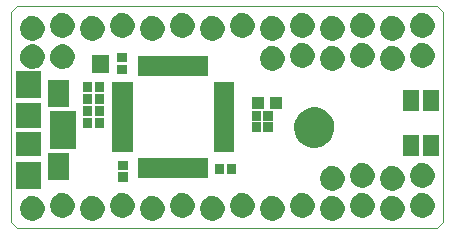
<source format=gts>
G04 #@! TF.FileFunction,Soldermask,Top*
%FSLAX46Y46*%
G04 Gerber Fmt 4.6, Leading zero omitted, Abs format (unit mm)*
G04 Created by KiCad (PCBNEW no-vcs-found-product) date Sun 27 Dec 2015 02:00:56 GMT*
%MOMM*%
G01*
G04 APERTURE LIST*
%ADD10C,0.150000*%
%ADD11C,0.100000*%
%ADD12C,0.099060*%
%ADD13C,0.099600*%
G04 APERTURE END LIST*
D10*
D11*
X38862000Y-41910000D02*
X38862000Y-59690000D01*
D12*
X74930000Y-60198000D02*
X39370000Y-60198000D01*
X75438000Y-41910000D02*
X75438000Y-59690000D01*
X39370000Y-41402000D02*
X74930000Y-41402000D01*
D13*
X39370000Y-60198000D02*
X38862000Y-59690000D01*
X75438000Y-59690000D02*
X74930000Y-60198000D01*
X74930000Y-41402000D02*
X75438000Y-41910000D01*
X38862000Y-41910000D02*
X39370000Y-41402000D01*
D10*
G36*
X41349960Y-49199650D02*
X39250040Y-49199650D01*
X39250040Y-46899070D01*
X41349960Y-46899070D01*
X41349960Y-49199650D01*
X41349960Y-49199650D01*
G37*
G36*
X41349960Y-51751080D02*
X39250040Y-51751080D01*
X39250040Y-49651160D01*
X41349960Y-49651160D01*
X41349960Y-51751080D01*
X41349960Y-51751080D01*
G37*
G36*
X41349960Y-54148840D02*
X39250040Y-54148840D01*
X39250040Y-52048920D01*
X41349960Y-52048920D01*
X41349960Y-54148840D01*
X41349960Y-54148840D01*
G37*
G36*
X41349960Y-56900930D02*
X39250040Y-56900930D01*
X39250040Y-54600350D01*
X41349960Y-54600350D01*
X41349960Y-56900930D01*
X41349960Y-56900930D01*
G37*
G36*
X41669844Y-45598042D02*
X41666592Y-45830952D01*
X41666516Y-45831285D01*
X41666516Y-45831298D01*
X41621419Y-46029799D01*
X41538477Y-46216086D01*
X41420935Y-46382714D01*
X41273260Y-46523342D01*
X41101093Y-46632603D01*
X40910977Y-46706344D01*
X40710160Y-46741754D01*
X40506290Y-46737484D01*
X40307125Y-46693694D01*
X40120272Y-46612060D01*
X39952820Y-46495678D01*
X39811169Y-46348994D01*
X39700709Y-46177594D01*
X39625642Y-45987997D01*
X39588831Y-45787426D01*
X39591679Y-45583532D01*
X39634074Y-45384076D01*
X39714406Y-45196648D01*
X39829611Y-45028395D01*
X39975305Y-44885720D01*
X40145933Y-44774064D01*
X40335000Y-44697676D01*
X40535301Y-44659467D01*
X40739214Y-44660891D01*
X40938967Y-44701894D01*
X41126946Y-44780914D01*
X41296001Y-44894942D01*
X41439689Y-45039637D01*
X41552534Y-45209481D01*
X41630239Y-45398008D01*
X41669779Y-45597699D01*
X41669778Y-45597712D01*
X41669844Y-45598042D01*
X41669844Y-45598042D01*
G37*
G36*
X41679844Y-43205042D02*
X41676592Y-43437952D01*
X41676516Y-43438285D01*
X41676516Y-43438298D01*
X41631419Y-43636799D01*
X41548477Y-43823086D01*
X41430935Y-43989714D01*
X41283260Y-44130342D01*
X41111093Y-44239603D01*
X40920977Y-44313344D01*
X40720160Y-44348754D01*
X40516290Y-44344484D01*
X40317125Y-44300694D01*
X40130272Y-44219060D01*
X39962820Y-44102678D01*
X39821169Y-43955994D01*
X39710709Y-43784594D01*
X39635642Y-43594997D01*
X39598831Y-43394426D01*
X39601679Y-43190532D01*
X39644074Y-42991076D01*
X39724406Y-42803648D01*
X39839611Y-42635395D01*
X39985305Y-42492720D01*
X40155933Y-42381064D01*
X40345000Y-42304676D01*
X40545301Y-42266467D01*
X40749214Y-42267891D01*
X40948967Y-42308894D01*
X41136946Y-42387914D01*
X41306001Y-42501942D01*
X41449689Y-42646637D01*
X41562534Y-42816481D01*
X41640239Y-43005008D01*
X41679779Y-43204699D01*
X41679778Y-43204712D01*
X41679844Y-43205042D01*
X41679844Y-43205042D01*
G37*
G36*
X41679844Y-58445042D02*
X41676592Y-58677952D01*
X41676516Y-58678285D01*
X41676516Y-58678298D01*
X41631419Y-58876799D01*
X41548477Y-59063086D01*
X41430935Y-59229714D01*
X41283260Y-59370342D01*
X41111093Y-59479603D01*
X40920977Y-59553344D01*
X40720160Y-59588754D01*
X40516290Y-59584484D01*
X40317125Y-59540694D01*
X40130272Y-59459060D01*
X39962820Y-59342678D01*
X39821169Y-59195994D01*
X39710709Y-59024594D01*
X39635642Y-58834997D01*
X39598831Y-58634426D01*
X39601679Y-58430532D01*
X39644074Y-58231076D01*
X39724406Y-58043648D01*
X39839611Y-57875395D01*
X39985305Y-57732720D01*
X40155933Y-57621064D01*
X40345000Y-57544676D01*
X40545301Y-57506467D01*
X40749214Y-57507891D01*
X40948967Y-57548894D01*
X41136946Y-57627914D01*
X41306001Y-57741942D01*
X41449689Y-57886637D01*
X41562534Y-58056481D01*
X41640239Y-58245008D01*
X41679779Y-58444699D01*
X41679778Y-58444712D01*
X41679844Y-58445042D01*
X41679844Y-58445042D01*
G37*
G36*
X43750260Y-49951490D02*
X41950060Y-49951490D01*
X41950060Y-47650910D01*
X43750260Y-47650910D01*
X43750260Y-49951490D01*
X43750260Y-49951490D01*
G37*
G36*
X43750260Y-56149090D02*
X41950060Y-56149090D01*
X41950060Y-53848510D01*
X43750260Y-53848510D01*
X43750260Y-56149090D01*
X43750260Y-56149090D01*
G37*
G36*
X44209844Y-45598042D02*
X44206592Y-45830952D01*
X44206516Y-45831285D01*
X44206516Y-45831298D01*
X44161419Y-46029799D01*
X44078477Y-46216086D01*
X43960935Y-46382714D01*
X43813260Y-46523342D01*
X43641093Y-46632603D01*
X43450977Y-46706344D01*
X43250160Y-46741754D01*
X43046290Y-46737484D01*
X42847125Y-46693694D01*
X42660272Y-46612060D01*
X42492820Y-46495678D01*
X42351169Y-46348994D01*
X42240709Y-46177594D01*
X42165642Y-45987997D01*
X42128831Y-45787426D01*
X42131679Y-45583532D01*
X42174074Y-45384076D01*
X42254406Y-45196648D01*
X42369611Y-45028395D01*
X42515305Y-44885720D01*
X42685933Y-44774064D01*
X42875000Y-44697676D01*
X43075301Y-44659467D01*
X43279214Y-44660891D01*
X43478967Y-44701894D01*
X43666946Y-44780914D01*
X43836001Y-44894942D01*
X43979689Y-45039637D01*
X44092534Y-45209481D01*
X44170239Y-45398008D01*
X44209779Y-45597699D01*
X44209778Y-45597712D01*
X44209844Y-45598042D01*
X44209844Y-45598042D01*
G37*
G36*
X44219844Y-42951042D02*
X44216592Y-43183952D01*
X44216516Y-43184285D01*
X44216516Y-43184298D01*
X44171419Y-43382799D01*
X44088477Y-43569086D01*
X43970935Y-43735714D01*
X43823260Y-43876342D01*
X43651093Y-43985603D01*
X43460977Y-44059344D01*
X43260160Y-44094754D01*
X43056290Y-44090484D01*
X42857125Y-44046694D01*
X42670272Y-43965060D01*
X42502820Y-43848678D01*
X42361169Y-43701994D01*
X42250709Y-43530594D01*
X42175642Y-43340997D01*
X42138831Y-43140426D01*
X42141679Y-42936532D01*
X42184074Y-42737076D01*
X42264406Y-42549648D01*
X42379611Y-42381395D01*
X42525305Y-42238720D01*
X42695933Y-42127064D01*
X42885000Y-42050676D01*
X43085301Y-42012467D01*
X43289214Y-42013891D01*
X43488967Y-42054894D01*
X43676946Y-42133914D01*
X43846001Y-42247942D01*
X43989689Y-42392637D01*
X44102534Y-42562481D01*
X44180239Y-42751008D01*
X44219779Y-42950699D01*
X44219778Y-42950712D01*
X44219844Y-42951042D01*
X44219844Y-42951042D01*
G37*
G36*
X44219844Y-58191042D02*
X44216592Y-58423952D01*
X44216516Y-58424285D01*
X44216516Y-58424298D01*
X44171419Y-58622799D01*
X44088477Y-58809086D01*
X43970935Y-58975714D01*
X43823260Y-59116342D01*
X43651093Y-59225603D01*
X43460977Y-59299344D01*
X43260160Y-59334754D01*
X43056290Y-59330484D01*
X42857125Y-59286694D01*
X42670272Y-59205060D01*
X42502820Y-59088678D01*
X42361169Y-58941994D01*
X42250709Y-58770594D01*
X42175642Y-58580997D01*
X42138831Y-58380426D01*
X42141679Y-58176532D01*
X42184074Y-57977076D01*
X42264406Y-57789648D01*
X42379611Y-57621395D01*
X42525305Y-57478720D01*
X42695933Y-57367064D01*
X42885000Y-57290676D01*
X43085301Y-57252467D01*
X43289214Y-57253891D01*
X43488967Y-57294894D01*
X43676946Y-57373914D01*
X43846001Y-57487942D01*
X43989689Y-57632637D01*
X44102534Y-57802481D01*
X44180239Y-57991008D01*
X44219779Y-58190699D01*
X44219778Y-58190712D01*
X44219844Y-58191042D01*
X44219844Y-58191042D01*
G37*
G36*
X44348430Y-53497330D02*
X42149450Y-53497330D01*
X42149450Y-52898550D01*
X42149450Y-52847090D01*
X42149450Y-52248310D01*
X42149450Y-52199390D01*
X42149450Y-51600610D01*
X42149450Y-51551690D01*
X42149450Y-50952910D01*
X42149450Y-50901450D01*
X42149450Y-50302670D01*
X44348430Y-50302670D01*
X44348430Y-50901450D01*
X44348430Y-50952910D01*
X44348430Y-51551690D01*
X44348430Y-51600610D01*
X44348430Y-52199390D01*
X44348430Y-52248310D01*
X44348430Y-52847090D01*
X44348430Y-52898550D01*
X44348430Y-53497330D01*
X44348430Y-53497330D01*
G37*
G36*
X45700000Y-48725000D02*
X44900000Y-48725000D01*
X44900000Y-47875000D01*
X45700000Y-47875000D01*
X45700000Y-48725000D01*
X45700000Y-48725000D01*
G37*
G36*
X45700000Y-49725000D02*
X44900000Y-49725000D01*
X44900000Y-48875000D01*
X45700000Y-48875000D01*
X45700000Y-49725000D01*
X45700000Y-49725000D01*
G37*
G36*
X45700000Y-50725000D02*
X44900000Y-50725000D01*
X44900000Y-49875000D01*
X45700000Y-49875000D01*
X45700000Y-50725000D01*
X45700000Y-50725000D01*
G37*
G36*
X45700000Y-51725000D02*
X44900000Y-51725000D01*
X44900000Y-50875000D01*
X45700000Y-50875000D01*
X45700000Y-51725000D01*
X45700000Y-51725000D01*
G37*
G36*
X46700000Y-48725000D02*
X45900000Y-48725000D01*
X45900000Y-47875000D01*
X46700000Y-47875000D01*
X46700000Y-48725000D01*
X46700000Y-48725000D01*
G37*
G36*
X46700000Y-49725000D02*
X45900000Y-49725000D01*
X45900000Y-48875000D01*
X46700000Y-48875000D01*
X46700000Y-49725000D01*
X46700000Y-49725000D01*
G37*
G36*
X46700000Y-50725000D02*
X45900000Y-50725000D01*
X45900000Y-49875000D01*
X46700000Y-49875000D01*
X46700000Y-50725000D01*
X46700000Y-50725000D01*
G37*
G36*
X46700000Y-51725000D02*
X45900000Y-51725000D01*
X45900000Y-50875000D01*
X46700000Y-50875000D01*
X46700000Y-51725000D01*
X46700000Y-51725000D01*
G37*
G36*
X46759844Y-43205042D02*
X46756592Y-43437952D01*
X46756516Y-43438285D01*
X46756516Y-43438298D01*
X46711419Y-43636799D01*
X46628477Y-43823086D01*
X46510935Y-43989714D01*
X46363260Y-44130342D01*
X46191093Y-44239603D01*
X46000977Y-44313344D01*
X45800160Y-44348754D01*
X45596290Y-44344484D01*
X45397125Y-44300694D01*
X45210272Y-44219060D01*
X45042820Y-44102678D01*
X44901169Y-43955994D01*
X44790709Y-43784594D01*
X44715642Y-43594997D01*
X44678831Y-43394426D01*
X44681679Y-43190532D01*
X44724074Y-42991076D01*
X44804406Y-42803648D01*
X44919611Y-42635395D01*
X45065305Y-42492720D01*
X45235933Y-42381064D01*
X45425000Y-42304676D01*
X45625301Y-42266467D01*
X45829214Y-42267891D01*
X46028967Y-42308894D01*
X46216946Y-42387914D01*
X46386001Y-42501942D01*
X46529689Y-42646637D01*
X46642534Y-42816481D01*
X46720239Y-43005008D01*
X46759779Y-43204699D01*
X46759778Y-43204712D01*
X46759844Y-43205042D01*
X46759844Y-43205042D01*
G37*
G36*
X46759844Y-58445042D02*
X46756592Y-58677952D01*
X46756516Y-58678285D01*
X46756516Y-58678298D01*
X46711419Y-58876799D01*
X46628477Y-59063086D01*
X46510935Y-59229714D01*
X46363260Y-59370342D01*
X46191093Y-59479603D01*
X46000977Y-59553344D01*
X45800160Y-59588754D01*
X45596290Y-59584484D01*
X45397125Y-59540694D01*
X45210272Y-59459060D01*
X45042820Y-59342678D01*
X44901169Y-59195994D01*
X44790709Y-59024594D01*
X44715642Y-58834997D01*
X44678831Y-58634426D01*
X44681679Y-58430532D01*
X44724074Y-58231076D01*
X44804406Y-58043648D01*
X44919611Y-57875395D01*
X45065305Y-57732720D01*
X45235933Y-57621064D01*
X45425000Y-57544676D01*
X45625301Y-57506467D01*
X45829214Y-57507891D01*
X46028967Y-57548894D01*
X46216946Y-57627914D01*
X46386001Y-57741942D01*
X46529689Y-57886637D01*
X46642534Y-58056481D01*
X46720239Y-58245008D01*
X46759779Y-58444699D01*
X46759778Y-58444712D01*
X46759844Y-58445042D01*
X46759844Y-58445042D01*
G37*
G36*
X47150000Y-47050000D02*
X45650000Y-47050000D01*
X45650000Y-45550000D01*
X47150000Y-45550000D01*
X47150000Y-47050000D01*
X47150000Y-47050000D01*
G37*
G36*
X48625000Y-46200000D02*
X47775000Y-46200000D01*
X47775000Y-45400000D01*
X48625000Y-45400000D01*
X48625000Y-46200000D01*
X48625000Y-46200000D01*
G37*
G36*
X48625000Y-47200000D02*
X47775000Y-47200000D01*
X47775000Y-46400000D01*
X48625000Y-46400000D01*
X48625000Y-47200000D01*
X48625000Y-47200000D01*
G37*
G36*
X48725000Y-55300000D02*
X47875000Y-55300000D01*
X47875000Y-54500000D01*
X48725000Y-54500000D01*
X48725000Y-55300000D01*
X48725000Y-55300000D01*
G37*
G36*
X48725000Y-56300000D02*
X47875000Y-56300000D01*
X47875000Y-55500000D01*
X48725000Y-55500000D01*
X48725000Y-56300000D01*
X48725000Y-56300000D01*
G37*
G36*
X49113620Y-53772740D02*
X47415020Y-53772740D01*
X47415020Y-53323820D01*
X47415020Y-53272360D01*
X47415020Y-52823440D01*
X47415020Y-52771980D01*
X47415020Y-52323060D01*
X47415020Y-52274140D01*
X47415020Y-51825220D01*
X47415020Y-51773760D01*
X47415020Y-51324840D01*
X47415020Y-51273380D01*
X47415020Y-50824460D01*
X47415020Y-50775540D01*
X47415020Y-50326620D01*
X47415020Y-50275160D01*
X47415020Y-49826240D01*
X47415020Y-49774780D01*
X47415020Y-49325860D01*
X47415020Y-49276940D01*
X47415020Y-48828020D01*
X47415020Y-48776560D01*
X47415020Y-48327640D01*
X47415020Y-48276180D01*
X47415020Y-47827260D01*
X49113620Y-47827260D01*
X49113620Y-48276180D01*
X49113620Y-48327640D01*
X49113620Y-48776560D01*
X49113620Y-48828020D01*
X49113620Y-49276940D01*
X49113620Y-49325860D01*
X49113620Y-49774780D01*
X49113620Y-49826240D01*
X49113620Y-50275160D01*
X49113620Y-50326620D01*
X49113620Y-50775540D01*
X49113620Y-50824460D01*
X49113620Y-51273380D01*
X49113620Y-51324840D01*
X49113620Y-51773760D01*
X49113620Y-51825220D01*
X49113620Y-52274140D01*
X49113620Y-52323060D01*
X49113620Y-52771980D01*
X49113620Y-52823440D01*
X49113620Y-53272360D01*
X49113620Y-53323820D01*
X49113620Y-53772740D01*
X49113620Y-53772740D01*
G37*
G36*
X49299844Y-42951042D02*
X49296592Y-43183952D01*
X49296516Y-43184285D01*
X49296516Y-43184298D01*
X49251419Y-43382799D01*
X49168477Y-43569086D01*
X49050935Y-43735714D01*
X48903260Y-43876342D01*
X48731093Y-43985603D01*
X48540977Y-44059344D01*
X48340160Y-44094754D01*
X48136290Y-44090484D01*
X47937125Y-44046694D01*
X47750272Y-43965060D01*
X47582820Y-43848678D01*
X47441169Y-43701994D01*
X47330709Y-43530594D01*
X47255642Y-43340997D01*
X47218831Y-43140426D01*
X47221679Y-42936532D01*
X47264074Y-42737076D01*
X47344406Y-42549648D01*
X47459611Y-42381395D01*
X47605305Y-42238720D01*
X47775933Y-42127064D01*
X47965000Y-42050676D01*
X48165301Y-42012467D01*
X48369214Y-42013891D01*
X48568967Y-42054894D01*
X48756946Y-42133914D01*
X48926001Y-42247942D01*
X49069689Y-42392637D01*
X49182534Y-42562481D01*
X49260239Y-42751008D01*
X49299779Y-42950699D01*
X49299778Y-42950712D01*
X49299844Y-42951042D01*
X49299844Y-42951042D01*
G37*
G36*
X49299844Y-58191042D02*
X49296592Y-58423952D01*
X49296516Y-58424285D01*
X49296516Y-58424298D01*
X49251419Y-58622799D01*
X49168477Y-58809086D01*
X49050935Y-58975714D01*
X48903260Y-59116342D01*
X48731093Y-59225603D01*
X48540977Y-59299344D01*
X48340160Y-59334754D01*
X48136290Y-59330484D01*
X47937125Y-59286694D01*
X47750272Y-59205060D01*
X47582820Y-59088678D01*
X47441169Y-58941994D01*
X47330709Y-58770594D01*
X47255642Y-58580997D01*
X47218831Y-58380426D01*
X47221679Y-58176532D01*
X47264074Y-57977076D01*
X47344406Y-57789648D01*
X47459611Y-57621395D01*
X47605305Y-57478720D01*
X47775933Y-57367064D01*
X47965000Y-57290676D01*
X48165301Y-57252467D01*
X48369214Y-57253891D01*
X48568967Y-57294894D01*
X48756946Y-57373914D01*
X48926001Y-57487942D01*
X49069689Y-57632637D01*
X49182534Y-57802481D01*
X49260239Y-57991008D01*
X49299779Y-58190699D01*
X49299778Y-58190712D01*
X49299844Y-58191042D01*
X49299844Y-58191042D01*
G37*
G36*
X51839844Y-43205042D02*
X51836592Y-43437952D01*
X51836516Y-43438285D01*
X51836516Y-43438298D01*
X51791419Y-43636799D01*
X51708477Y-43823086D01*
X51590935Y-43989714D01*
X51443260Y-44130342D01*
X51271093Y-44239603D01*
X51080977Y-44313344D01*
X50880160Y-44348754D01*
X50676290Y-44344484D01*
X50477125Y-44300694D01*
X50290272Y-44219060D01*
X50122820Y-44102678D01*
X49981169Y-43955994D01*
X49870709Y-43784594D01*
X49795642Y-43594997D01*
X49758831Y-43394426D01*
X49761679Y-43190532D01*
X49804074Y-42991076D01*
X49884406Y-42803648D01*
X49999611Y-42635395D01*
X50145305Y-42492720D01*
X50315933Y-42381064D01*
X50505000Y-42304676D01*
X50705301Y-42266467D01*
X50909214Y-42267891D01*
X51108967Y-42308894D01*
X51296946Y-42387914D01*
X51466001Y-42501942D01*
X51609689Y-42646637D01*
X51722534Y-42816481D01*
X51800239Y-43005008D01*
X51839779Y-43204699D01*
X51839778Y-43204712D01*
X51839844Y-43205042D01*
X51839844Y-43205042D01*
G37*
G36*
X51839844Y-58445042D02*
X51836592Y-58677952D01*
X51836516Y-58678285D01*
X51836516Y-58678298D01*
X51791419Y-58876799D01*
X51708477Y-59063086D01*
X51590935Y-59229714D01*
X51443260Y-59370342D01*
X51271093Y-59479603D01*
X51080977Y-59553344D01*
X50880160Y-59588754D01*
X50676290Y-59584484D01*
X50477125Y-59540694D01*
X50290272Y-59459060D01*
X50122820Y-59342678D01*
X49981169Y-59195994D01*
X49870709Y-59024594D01*
X49795642Y-58834997D01*
X49758831Y-58634426D01*
X49761679Y-58430532D01*
X49804074Y-58231076D01*
X49884406Y-58043648D01*
X49999611Y-57875395D01*
X50145305Y-57732720D01*
X50315933Y-57621064D01*
X50505000Y-57544676D01*
X50705301Y-57506467D01*
X50909214Y-57507891D01*
X51108967Y-57548894D01*
X51296946Y-57627914D01*
X51466001Y-57741942D01*
X51609689Y-57886637D01*
X51722534Y-58056481D01*
X51800239Y-58245008D01*
X51839779Y-58444699D01*
X51839778Y-58444712D01*
X51839844Y-58445042D01*
X51839844Y-58445042D01*
G37*
G36*
X54379844Y-42951042D02*
X54376592Y-43183952D01*
X54376516Y-43184285D01*
X54376516Y-43184298D01*
X54331419Y-43382799D01*
X54248477Y-43569086D01*
X54130935Y-43735714D01*
X53983260Y-43876342D01*
X53811093Y-43985603D01*
X53620977Y-44059344D01*
X53420160Y-44094754D01*
X53216290Y-44090484D01*
X53017125Y-44046694D01*
X52830272Y-43965060D01*
X52662820Y-43848678D01*
X52521169Y-43701994D01*
X52410709Y-43530594D01*
X52335642Y-43340997D01*
X52298831Y-43140426D01*
X52301679Y-42936532D01*
X52344074Y-42737076D01*
X52424406Y-42549648D01*
X52539611Y-42381395D01*
X52685305Y-42238720D01*
X52855933Y-42127064D01*
X53045000Y-42050676D01*
X53245301Y-42012467D01*
X53449214Y-42013891D01*
X53648967Y-42054894D01*
X53836946Y-42133914D01*
X54006001Y-42247942D01*
X54149689Y-42392637D01*
X54262534Y-42562481D01*
X54340239Y-42751008D01*
X54379779Y-42950699D01*
X54379778Y-42950712D01*
X54379844Y-42951042D01*
X54379844Y-42951042D01*
G37*
G36*
X54379844Y-58191042D02*
X54376592Y-58423952D01*
X54376516Y-58424285D01*
X54376516Y-58424298D01*
X54331419Y-58622799D01*
X54248477Y-58809086D01*
X54130935Y-58975714D01*
X53983260Y-59116342D01*
X53811093Y-59225603D01*
X53620977Y-59299344D01*
X53420160Y-59334754D01*
X53216290Y-59330484D01*
X53017125Y-59286694D01*
X52830272Y-59205060D01*
X52662820Y-59088678D01*
X52521169Y-58941994D01*
X52410709Y-58770594D01*
X52335642Y-58580997D01*
X52298831Y-58380426D01*
X52301679Y-58176532D01*
X52344074Y-57977076D01*
X52424406Y-57789648D01*
X52539611Y-57621395D01*
X52685305Y-57478720D01*
X52855933Y-57367064D01*
X53045000Y-57290676D01*
X53245301Y-57252467D01*
X53449214Y-57253891D01*
X53648967Y-57294894D01*
X53836946Y-57373914D01*
X54006001Y-57487942D01*
X54149689Y-57632637D01*
X54262534Y-57802481D01*
X54340239Y-57991008D01*
X54379779Y-58190699D01*
X54379778Y-58190712D01*
X54379844Y-58191042D01*
X54379844Y-58191042D01*
G37*
G36*
X55534740Y-47351620D02*
X55085820Y-47351620D01*
X55034360Y-47351620D01*
X54585440Y-47351620D01*
X54533980Y-47351620D01*
X54085060Y-47351620D01*
X54036140Y-47351620D01*
X53587220Y-47351620D01*
X53535760Y-47351620D01*
X53086840Y-47351620D01*
X53035380Y-47351620D01*
X52586460Y-47351620D01*
X52537540Y-47351620D01*
X52088620Y-47351620D01*
X52037160Y-47351620D01*
X51588240Y-47351620D01*
X51536780Y-47351620D01*
X51087860Y-47351620D01*
X51038940Y-47351620D01*
X50590020Y-47351620D01*
X50538560Y-47351620D01*
X50089640Y-47351620D01*
X50038180Y-47351620D01*
X49589260Y-47351620D01*
X49589260Y-45653020D01*
X50038180Y-45653020D01*
X50089640Y-45653020D01*
X50538560Y-45653020D01*
X50590020Y-45653020D01*
X51038940Y-45653020D01*
X51087860Y-45653020D01*
X51536780Y-45653020D01*
X51588240Y-45653020D01*
X52037160Y-45653020D01*
X52088620Y-45653020D01*
X52537540Y-45653020D01*
X52586460Y-45653020D01*
X53035380Y-45653020D01*
X53086840Y-45653020D01*
X53535760Y-45653020D01*
X53587220Y-45653020D01*
X54036140Y-45653020D01*
X54085060Y-45653020D01*
X54533980Y-45653020D01*
X54585440Y-45653020D01*
X55034360Y-45653020D01*
X55085820Y-45653020D01*
X55534740Y-45653020D01*
X55534740Y-47351620D01*
X55534740Y-47351620D01*
G37*
G36*
X55534740Y-55946980D02*
X55085820Y-55946980D01*
X55034360Y-55946980D01*
X54585440Y-55946980D01*
X54533980Y-55946980D01*
X54085060Y-55946980D01*
X54036140Y-55946980D01*
X53587220Y-55946980D01*
X53535760Y-55946980D01*
X53086840Y-55946980D01*
X53035380Y-55946980D01*
X52586460Y-55946980D01*
X52537540Y-55946980D01*
X52088620Y-55946980D01*
X52037160Y-55946980D01*
X51588240Y-55946980D01*
X51536780Y-55946980D01*
X51087860Y-55946980D01*
X51038940Y-55946980D01*
X50590020Y-55946980D01*
X50538560Y-55946980D01*
X50089640Y-55946980D01*
X50038180Y-55946980D01*
X49589260Y-55946980D01*
X49589260Y-54248380D01*
X50038180Y-54248380D01*
X50089640Y-54248380D01*
X50538560Y-54248380D01*
X50590020Y-54248380D01*
X51038940Y-54248380D01*
X51087860Y-54248380D01*
X51536780Y-54248380D01*
X51588240Y-54248380D01*
X52037160Y-54248380D01*
X52088620Y-54248380D01*
X52537540Y-54248380D01*
X52586460Y-54248380D01*
X53035380Y-54248380D01*
X53086840Y-54248380D01*
X53535760Y-54248380D01*
X53587220Y-54248380D01*
X54036140Y-54248380D01*
X54085060Y-54248380D01*
X54533980Y-54248380D01*
X54585440Y-54248380D01*
X55034360Y-54248380D01*
X55085820Y-54248380D01*
X55534740Y-54248380D01*
X55534740Y-55946980D01*
X55534740Y-55946980D01*
G37*
G36*
X56900000Y-55625000D02*
X56100000Y-55625000D01*
X56100000Y-54775000D01*
X56900000Y-54775000D01*
X56900000Y-55625000D01*
X56900000Y-55625000D01*
G37*
G36*
X56919844Y-43205042D02*
X56916592Y-43437952D01*
X56916516Y-43438285D01*
X56916516Y-43438298D01*
X56871419Y-43636799D01*
X56788477Y-43823086D01*
X56670935Y-43989714D01*
X56523260Y-44130342D01*
X56351093Y-44239603D01*
X56160977Y-44313344D01*
X55960160Y-44348754D01*
X55756290Y-44344484D01*
X55557125Y-44300694D01*
X55370272Y-44219060D01*
X55202820Y-44102678D01*
X55061169Y-43955994D01*
X54950709Y-43784594D01*
X54875642Y-43594997D01*
X54838831Y-43394426D01*
X54841679Y-43190532D01*
X54884074Y-42991076D01*
X54964406Y-42803648D01*
X55079611Y-42635395D01*
X55225305Y-42492720D01*
X55395933Y-42381064D01*
X55585000Y-42304676D01*
X55785301Y-42266467D01*
X55989214Y-42267891D01*
X56188967Y-42308894D01*
X56376946Y-42387914D01*
X56546001Y-42501942D01*
X56689689Y-42646637D01*
X56802534Y-42816481D01*
X56880239Y-43005008D01*
X56919779Y-43204699D01*
X56919778Y-43204712D01*
X56919844Y-43205042D01*
X56919844Y-43205042D01*
G37*
G36*
X56919844Y-58445042D02*
X56916592Y-58677952D01*
X56916516Y-58678285D01*
X56916516Y-58678298D01*
X56871419Y-58876799D01*
X56788477Y-59063086D01*
X56670935Y-59229714D01*
X56523260Y-59370342D01*
X56351093Y-59479603D01*
X56160977Y-59553344D01*
X55960160Y-59588754D01*
X55756290Y-59584484D01*
X55557125Y-59540694D01*
X55370272Y-59459060D01*
X55202820Y-59342678D01*
X55061169Y-59195994D01*
X54950709Y-59024594D01*
X54875642Y-58834997D01*
X54838831Y-58634426D01*
X54841679Y-58430532D01*
X54884074Y-58231076D01*
X54964406Y-58043648D01*
X55079611Y-57875395D01*
X55225305Y-57732720D01*
X55395933Y-57621064D01*
X55585000Y-57544676D01*
X55785301Y-57506467D01*
X55989214Y-57507891D01*
X56188967Y-57548894D01*
X56376946Y-57627914D01*
X56546001Y-57741942D01*
X56689689Y-57886637D01*
X56802534Y-58056481D01*
X56880239Y-58245008D01*
X56919779Y-58444699D01*
X56919778Y-58444712D01*
X56919844Y-58445042D01*
X56919844Y-58445042D01*
G37*
G36*
X57708980Y-53772740D02*
X56010380Y-53772740D01*
X56010380Y-53323820D01*
X56010380Y-53272360D01*
X56010380Y-52823440D01*
X56010380Y-52771980D01*
X56010380Y-52323060D01*
X56010380Y-52274140D01*
X56010380Y-51825220D01*
X56010380Y-51773760D01*
X56010380Y-51324840D01*
X56010380Y-51273380D01*
X56010380Y-50824460D01*
X56010380Y-50775540D01*
X56010380Y-50326620D01*
X56010380Y-50275160D01*
X56010380Y-49826240D01*
X56010380Y-49774780D01*
X56010380Y-49325860D01*
X56010380Y-49276940D01*
X56010380Y-48828020D01*
X56010380Y-48776560D01*
X56010380Y-48327640D01*
X56010380Y-48276180D01*
X56010380Y-47827260D01*
X57708980Y-47827260D01*
X57708980Y-48276180D01*
X57708980Y-48327640D01*
X57708980Y-48776560D01*
X57708980Y-48828020D01*
X57708980Y-49276940D01*
X57708980Y-49325860D01*
X57708980Y-49774780D01*
X57708980Y-49826240D01*
X57708980Y-50275160D01*
X57708980Y-50326620D01*
X57708980Y-50775540D01*
X57708980Y-50824460D01*
X57708980Y-51273380D01*
X57708980Y-51324840D01*
X57708980Y-51773760D01*
X57708980Y-51825220D01*
X57708980Y-52274140D01*
X57708980Y-52323060D01*
X57708980Y-52771980D01*
X57708980Y-52823440D01*
X57708980Y-53272360D01*
X57708980Y-53323820D01*
X57708980Y-53772740D01*
X57708980Y-53772740D01*
G37*
G36*
X57900000Y-55625000D02*
X57100000Y-55625000D01*
X57100000Y-54775000D01*
X57900000Y-54775000D01*
X57900000Y-55625000D01*
X57900000Y-55625000D01*
G37*
G36*
X59459844Y-42951042D02*
X59456592Y-43183952D01*
X59456516Y-43184285D01*
X59456516Y-43184298D01*
X59411419Y-43382799D01*
X59328477Y-43569086D01*
X59210935Y-43735714D01*
X59063260Y-43876342D01*
X58891093Y-43985603D01*
X58700977Y-44059344D01*
X58500160Y-44094754D01*
X58296290Y-44090484D01*
X58097125Y-44046694D01*
X57910272Y-43965060D01*
X57742820Y-43848678D01*
X57601169Y-43701994D01*
X57490709Y-43530594D01*
X57415642Y-43340997D01*
X57378831Y-43140426D01*
X57381679Y-42936532D01*
X57424074Y-42737076D01*
X57504406Y-42549648D01*
X57619611Y-42381395D01*
X57765305Y-42238720D01*
X57935933Y-42127064D01*
X58125000Y-42050676D01*
X58325301Y-42012467D01*
X58529214Y-42013891D01*
X58728967Y-42054894D01*
X58916946Y-42133914D01*
X59086001Y-42247942D01*
X59229689Y-42392637D01*
X59342534Y-42562481D01*
X59420239Y-42751008D01*
X59459779Y-42950699D01*
X59459778Y-42950712D01*
X59459844Y-42951042D01*
X59459844Y-42951042D01*
G37*
G36*
X59459844Y-58191042D02*
X59456592Y-58423952D01*
X59456516Y-58424285D01*
X59456516Y-58424298D01*
X59411419Y-58622799D01*
X59328477Y-58809086D01*
X59210935Y-58975714D01*
X59063260Y-59116342D01*
X58891093Y-59225603D01*
X58700977Y-59299344D01*
X58500160Y-59334754D01*
X58296290Y-59330484D01*
X58097125Y-59286694D01*
X57910272Y-59205060D01*
X57742820Y-59088678D01*
X57601169Y-58941994D01*
X57490709Y-58770594D01*
X57415642Y-58580997D01*
X57378831Y-58380426D01*
X57381679Y-58176532D01*
X57424074Y-57977076D01*
X57504406Y-57789648D01*
X57619611Y-57621395D01*
X57765305Y-57478720D01*
X57935933Y-57367064D01*
X58125000Y-57290676D01*
X58325301Y-57252467D01*
X58529214Y-57253891D01*
X58728967Y-57294894D01*
X58916946Y-57373914D01*
X59086001Y-57487942D01*
X59229689Y-57632637D01*
X59342534Y-57802481D01*
X59420239Y-57991008D01*
X59459779Y-58190699D01*
X59459778Y-58190712D01*
X59459844Y-58191042D01*
X59459844Y-58191042D01*
G37*
G36*
X60000000Y-51125000D02*
X59200000Y-51125000D01*
X59200000Y-50275000D01*
X60000000Y-50275000D01*
X60000000Y-51125000D01*
X60000000Y-51125000D01*
G37*
G36*
X60000000Y-52125000D02*
X59200000Y-52125000D01*
X59200000Y-51275000D01*
X60000000Y-51275000D01*
X60000000Y-52125000D01*
X60000000Y-52125000D01*
G37*
G36*
X60249480Y-50098780D02*
X59251920Y-50098780D01*
X59251920Y-49101220D01*
X60249480Y-49101220D01*
X60249480Y-50098780D01*
X60249480Y-50098780D01*
G37*
G36*
X61000000Y-51125000D02*
X60200000Y-51125000D01*
X60200000Y-50275000D01*
X61000000Y-50275000D01*
X61000000Y-51125000D01*
X61000000Y-51125000D01*
G37*
G36*
X61000000Y-52125000D02*
X60200000Y-52125000D01*
X60200000Y-51275000D01*
X61000000Y-51275000D01*
X61000000Y-52125000D01*
X61000000Y-52125000D01*
G37*
G36*
X61748080Y-50098780D02*
X60750520Y-50098780D01*
X60750520Y-49101220D01*
X61748080Y-49101220D01*
X61748080Y-50098780D01*
X61748080Y-50098780D01*
G37*
G36*
X61999844Y-43205042D02*
X61996592Y-43437952D01*
X61996516Y-43438285D01*
X61996516Y-43438298D01*
X61951419Y-43636799D01*
X61868477Y-43823086D01*
X61750935Y-43989714D01*
X61603260Y-44130342D01*
X61431093Y-44239603D01*
X61240977Y-44313344D01*
X61040160Y-44348754D01*
X60836290Y-44344484D01*
X60637125Y-44300694D01*
X60450272Y-44219060D01*
X60282820Y-44102678D01*
X60141169Y-43955994D01*
X60030709Y-43784594D01*
X59955642Y-43594997D01*
X59918831Y-43394426D01*
X59921679Y-43190532D01*
X59964074Y-42991076D01*
X60044406Y-42803648D01*
X60159611Y-42635395D01*
X60305305Y-42492720D01*
X60475933Y-42381064D01*
X60665000Y-42304676D01*
X60865301Y-42266467D01*
X61069214Y-42267891D01*
X61268967Y-42308894D01*
X61456946Y-42387914D01*
X61626001Y-42501942D01*
X61769689Y-42646637D01*
X61882534Y-42816481D01*
X61960239Y-43005008D01*
X61999779Y-43204699D01*
X61999778Y-43204712D01*
X61999844Y-43205042D01*
X61999844Y-43205042D01*
G37*
G36*
X61999844Y-45745042D02*
X61996592Y-45977952D01*
X61996516Y-45978285D01*
X61996516Y-45978298D01*
X61951419Y-46176799D01*
X61868477Y-46363086D01*
X61750935Y-46529714D01*
X61603260Y-46670342D01*
X61431093Y-46779603D01*
X61240977Y-46853344D01*
X61040160Y-46888754D01*
X60836290Y-46884484D01*
X60637125Y-46840694D01*
X60450272Y-46759060D01*
X60282820Y-46642678D01*
X60141169Y-46495994D01*
X60030709Y-46324594D01*
X59955642Y-46134997D01*
X59918831Y-45934426D01*
X59921679Y-45730532D01*
X59964074Y-45531076D01*
X60044406Y-45343648D01*
X60159611Y-45175395D01*
X60305305Y-45032720D01*
X60475933Y-44921064D01*
X60665000Y-44844676D01*
X60865301Y-44806467D01*
X61069214Y-44807891D01*
X61268967Y-44848894D01*
X61456946Y-44927914D01*
X61626001Y-45041942D01*
X61769689Y-45186637D01*
X61882534Y-45356481D01*
X61960239Y-45545008D01*
X61999779Y-45744699D01*
X61999778Y-45744712D01*
X61999844Y-45745042D01*
X61999844Y-45745042D01*
G37*
G36*
X61999844Y-58445042D02*
X61996592Y-58677952D01*
X61996516Y-58678285D01*
X61996516Y-58678298D01*
X61951419Y-58876799D01*
X61868477Y-59063086D01*
X61750935Y-59229714D01*
X61603260Y-59370342D01*
X61431093Y-59479603D01*
X61240977Y-59553344D01*
X61040160Y-59588754D01*
X60836290Y-59584484D01*
X60637125Y-59540694D01*
X60450272Y-59459060D01*
X60282820Y-59342678D01*
X60141169Y-59195994D01*
X60030709Y-59024594D01*
X59955642Y-58834997D01*
X59918831Y-58634426D01*
X59921679Y-58430532D01*
X59964074Y-58231076D01*
X60044406Y-58043648D01*
X60159611Y-57875395D01*
X60305305Y-57732720D01*
X60475933Y-57621064D01*
X60665000Y-57544676D01*
X60865301Y-57506467D01*
X61069214Y-57507891D01*
X61268967Y-57548894D01*
X61456946Y-57627914D01*
X61626001Y-57741942D01*
X61769689Y-57886637D01*
X61882534Y-58056481D01*
X61960239Y-58245008D01*
X61999779Y-58444699D01*
X61999778Y-58444712D01*
X61999844Y-58445042D01*
X61999844Y-58445042D01*
G37*
G36*
X64539844Y-42951042D02*
X64536592Y-43183952D01*
X64536516Y-43184285D01*
X64536516Y-43184298D01*
X64491419Y-43382799D01*
X64408477Y-43569086D01*
X64290935Y-43735714D01*
X64143260Y-43876342D01*
X63971093Y-43985603D01*
X63780977Y-44059344D01*
X63580160Y-44094754D01*
X63376290Y-44090484D01*
X63177125Y-44046694D01*
X62990272Y-43965060D01*
X62822820Y-43848678D01*
X62681169Y-43701994D01*
X62570709Y-43530594D01*
X62495642Y-43340997D01*
X62458831Y-43140426D01*
X62461679Y-42936532D01*
X62504074Y-42737076D01*
X62584406Y-42549648D01*
X62699611Y-42381395D01*
X62845305Y-42238720D01*
X63015933Y-42127064D01*
X63205000Y-42050676D01*
X63405301Y-42012467D01*
X63609214Y-42013891D01*
X63808967Y-42054894D01*
X63996946Y-42133914D01*
X64166001Y-42247942D01*
X64309689Y-42392637D01*
X64422534Y-42562481D01*
X64500239Y-42751008D01*
X64539779Y-42950699D01*
X64539778Y-42950712D01*
X64539844Y-42951042D01*
X64539844Y-42951042D01*
G37*
G36*
X64539844Y-45491042D02*
X64536592Y-45723952D01*
X64536516Y-45724285D01*
X64536516Y-45724298D01*
X64491419Y-45922799D01*
X64408477Y-46109086D01*
X64290935Y-46275714D01*
X64143260Y-46416342D01*
X63971093Y-46525603D01*
X63780977Y-46599344D01*
X63580160Y-46634754D01*
X63376290Y-46630484D01*
X63177125Y-46586694D01*
X62990272Y-46505060D01*
X62822820Y-46388678D01*
X62681169Y-46241994D01*
X62570709Y-46070594D01*
X62495642Y-45880997D01*
X62458831Y-45680426D01*
X62461679Y-45476532D01*
X62504074Y-45277076D01*
X62584406Y-45089648D01*
X62699611Y-44921395D01*
X62845305Y-44778720D01*
X63015933Y-44667064D01*
X63205000Y-44590676D01*
X63405301Y-44552467D01*
X63609214Y-44553891D01*
X63808967Y-44594894D01*
X63996946Y-44673914D01*
X64166001Y-44787942D01*
X64309689Y-44932637D01*
X64422534Y-45102481D01*
X64500239Y-45291008D01*
X64539779Y-45490699D01*
X64539778Y-45490712D01*
X64539844Y-45491042D01*
X64539844Y-45491042D01*
G37*
G36*
X64539844Y-58191042D02*
X64536592Y-58423952D01*
X64536516Y-58424285D01*
X64536516Y-58424298D01*
X64491419Y-58622799D01*
X64408477Y-58809086D01*
X64290935Y-58975714D01*
X64143260Y-59116342D01*
X63971093Y-59225603D01*
X63780977Y-59299344D01*
X63580160Y-59334754D01*
X63376290Y-59330484D01*
X63177125Y-59286694D01*
X62990272Y-59205060D01*
X62822820Y-59088678D01*
X62681169Y-58941994D01*
X62570709Y-58770594D01*
X62495642Y-58580997D01*
X62458831Y-58380426D01*
X62461679Y-58176532D01*
X62504074Y-57977076D01*
X62584406Y-57789648D01*
X62699611Y-57621395D01*
X62845305Y-57478720D01*
X63015933Y-57367064D01*
X63205000Y-57290676D01*
X63405301Y-57252467D01*
X63609214Y-57253891D01*
X63808967Y-57294894D01*
X63996946Y-57373914D01*
X64166001Y-57487942D01*
X64309689Y-57632637D01*
X64422534Y-57802481D01*
X64500239Y-57991008D01*
X64539779Y-58190699D01*
X64539778Y-58190712D01*
X64539844Y-58191042D01*
X64539844Y-58191042D01*
G37*
G36*
X66204414Y-51532881D02*
X66199083Y-51914644D01*
X66199007Y-51914977D01*
X66199007Y-51914989D01*
X66125035Y-52240576D01*
X65989088Y-52545919D01*
X65796423Y-52819040D01*
X65554372Y-53049541D01*
X65272169Y-53228632D01*
X64960549Y-53349503D01*
X64631391Y-53407542D01*
X64297225Y-53400542D01*
X63970777Y-53328768D01*
X63664501Y-53194959D01*
X63390034Y-53004200D01*
X63157853Y-52763769D01*
X62976796Y-52482823D01*
X62853754Y-52172056D01*
X62793416Y-51843303D01*
X62798084Y-51509098D01*
X62867575Y-51182167D01*
X62999247Y-50874954D01*
X63188081Y-50599169D01*
X63426887Y-50365312D01*
X63706564Y-50182297D01*
X64016465Y-50057089D01*
X64344780Y-49994459D01*
X64679014Y-49996793D01*
X65006428Y-50064002D01*
X65314547Y-50193523D01*
X65591647Y-50380429D01*
X65827161Y-50617592D01*
X66012128Y-50895989D01*
X66139495Y-51205005D01*
X66204348Y-51532537D01*
X66204347Y-51532546D01*
X66204414Y-51532881D01*
X66204414Y-51532881D01*
G37*
G36*
X67079844Y-43205042D02*
X67076592Y-43437952D01*
X67076516Y-43438285D01*
X67076516Y-43438298D01*
X67031419Y-43636799D01*
X66948477Y-43823086D01*
X66830935Y-43989714D01*
X66683260Y-44130342D01*
X66511093Y-44239603D01*
X66320977Y-44313344D01*
X66120160Y-44348754D01*
X65916290Y-44344484D01*
X65717125Y-44300694D01*
X65530272Y-44219060D01*
X65362820Y-44102678D01*
X65221169Y-43955994D01*
X65110709Y-43784594D01*
X65035642Y-43594997D01*
X64998831Y-43394426D01*
X65001679Y-43190532D01*
X65044074Y-42991076D01*
X65124406Y-42803648D01*
X65239611Y-42635395D01*
X65385305Y-42492720D01*
X65555933Y-42381064D01*
X65745000Y-42304676D01*
X65945301Y-42266467D01*
X66149214Y-42267891D01*
X66348967Y-42308894D01*
X66536946Y-42387914D01*
X66706001Y-42501942D01*
X66849689Y-42646637D01*
X66962534Y-42816481D01*
X67040239Y-43005008D01*
X67079779Y-43204699D01*
X67079778Y-43204712D01*
X67079844Y-43205042D01*
X67079844Y-43205042D01*
G37*
G36*
X67079844Y-45745042D02*
X67076592Y-45977952D01*
X67076516Y-45978285D01*
X67076516Y-45978298D01*
X67031419Y-46176799D01*
X66948477Y-46363086D01*
X66830935Y-46529714D01*
X66683260Y-46670342D01*
X66511093Y-46779603D01*
X66320977Y-46853344D01*
X66120160Y-46888754D01*
X65916290Y-46884484D01*
X65717125Y-46840694D01*
X65530272Y-46759060D01*
X65362820Y-46642678D01*
X65221169Y-46495994D01*
X65110709Y-46324594D01*
X65035642Y-46134997D01*
X64998831Y-45934426D01*
X65001679Y-45730532D01*
X65044074Y-45531076D01*
X65124406Y-45343648D01*
X65239611Y-45175395D01*
X65385305Y-45032720D01*
X65555933Y-44921064D01*
X65745000Y-44844676D01*
X65945301Y-44806467D01*
X66149214Y-44807891D01*
X66348967Y-44848894D01*
X66536946Y-44927914D01*
X66706001Y-45041942D01*
X66849689Y-45186637D01*
X66962534Y-45356481D01*
X67040239Y-45545008D01*
X67079779Y-45744699D01*
X67079778Y-45744712D01*
X67079844Y-45745042D01*
X67079844Y-45745042D01*
G37*
G36*
X67079844Y-55905042D02*
X67076592Y-56137952D01*
X67076516Y-56138285D01*
X67076516Y-56138298D01*
X67031419Y-56336799D01*
X66948477Y-56523086D01*
X66830935Y-56689714D01*
X66683260Y-56830342D01*
X66511093Y-56939603D01*
X66320977Y-57013344D01*
X66120160Y-57048754D01*
X65916290Y-57044484D01*
X65717125Y-57000694D01*
X65530272Y-56919060D01*
X65362820Y-56802678D01*
X65221169Y-56655994D01*
X65110709Y-56484594D01*
X65035642Y-56294997D01*
X64998831Y-56094426D01*
X65001679Y-55890532D01*
X65044074Y-55691076D01*
X65124406Y-55503648D01*
X65239611Y-55335395D01*
X65385305Y-55192720D01*
X65555933Y-55081064D01*
X65745000Y-55004676D01*
X65945301Y-54966467D01*
X66149214Y-54967891D01*
X66348967Y-55008894D01*
X66536946Y-55087914D01*
X66706001Y-55201942D01*
X66849689Y-55346637D01*
X66962534Y-55516481D01*
X67040239Y-55705008D01*
X67079779Y-55904699D01*
X67079778Y-55904712D01*
X67079844Y-55905042D01*
X67079844Y-55905042D01*
G37*
G36*
X67079844Y-58445042D02*
X67076592Y-58677952D01*
X67076516Y-58678285D01*
X67076516Y-58678298D01*
X67031419Y-58876799D01*
X66948477Y-59063086D01*
X66830935Y-59229714D01*
X66683260Y-59370342D01*
X66511093Y-59479603D01*
X66320977Y-59553344D01*
X66120160Y-59588754D01*
X65916290Y-59584484D01*
X65717125Y-59540694D01*
X65530272Y-59459060D01*
X65362820Y-59342678D01*
X65221169Y-59195994D01*
X65110709Y-59024594D01*
X65035642Y-58834997D01*
X64998831Y-58634426D01*
X65001679Y-58430532D01*
X65044074Y-58231076D01*
X65124406Y-58043648D01*
X65239611Y-57875395D01*
X65385305Y-57732720D01*
X65555933Y-57621064D01*
X65745000Y-57544676D01*
X65945301Y-57506467D01*
X66149214Y-57507891D01*
X66348967Y-57548894D01*
X66536946Y-57627914D01*
X66706001Y-57741942D01*
X66849689Y-57886637D01*
X66962534Y-58056481D01*
X67040239Y-58245008D01*
X67079779Y-58444699D01*
X67079778Y-58444712D01*
X67079844Y-58445042D01*
X67079844Y-58445042D01*
G37*
G36*
X69619844Y-42951042D02*
X69616592Y-43183952D01*
X69616516Y-43184285D01*
X69616516Y-43184298D01*
X69571419Y-43382799D01*
X69488477Y-43569086D01*
X69370935Y-43735714D01*
X69223260Y-43876342D01*
X69051093Y-43985603D01*
X68860977Y-44059344D01*
X68660160Y-44094754D01*
X68456290Y-44090484D01*
X68257125Y-44046694D01*
X68070272Y-43965060D01*
X67902820Y-43848678D01*
X67761169Y-43701994D01*
X67650709Y-43530594D01*
X67575642Y-43340997D01*
X67538831Y-43140426D01*
X67541679Y-42936532D01*
X67584074Y-42737076D01*
X67664406Y-42549648D01*
X67779611Y-42381395D01*
X67925305Y-42238720D01*
X68095933Y-42127064D01*
X68285000Y-42050676D01*
X68485301Y-42012467D01*
X68689214Y-42013891D01*
X68888967Y-42054894D01*
X69076946Y-42133914D01*
X69246001Y-42247942D01*
X69389689Y-42392637D01*
X69502534Y-42562481D01*
X69580239Y-42751008D01*
X69619779Y-42950699D01*
X69619778Y-42950712D01*
X69619844Y-42951042D01*
X69619844Y-42951042D01*
G37*
G36*
X69619844Y-45491042D02*
X69616592Y-45723952D01*
X69616516Y-45724285D01*
X69616516Y-45724298D01*
X69571419Y-45922799D01*
X69488477Y-46109086D01*
X69370935Y-46275714D01*
X69223260Y-46416342D01*
X69051093Y-46525603D01*
X68860977Y-46599344D01*
X68660160Y-46634754D01*
X68456290Y-46630484D01*
X68257125Y-46586694D01*
X68070272Y-46505060D01*
X67902820Y-46388678D01*
X67761169Y-46241994D01*
X67650709Y-46070594D01*
X67575642Y-45880997D01*
X67538831Y-45680426D01*
X67541679Y-45476532D01*
X67584074Y-45277076D01*
X67664406Y-45089648D01*
X67779611Y-44921395D01*
X67925305Y-44778720D01*
X68095933Y-44667064D01*
X68285000Y-44590676D01*
X68485301Y-44552467D01*
X68689214Y-44553891D01*
X68888967Y-44594894D01*
X69076946Y-44673914D01*
X69246001Y-44787942D01*
X69389689Y-44932637D01*
X69502534Y-45102481D01*
X69580239Y-45291008D01*
X69619779Y-45490699D01*
X69619778Y-45490712D01*
X69619844Y-45491042D01*
X69619844Y-45491042D01*
G37*
G36*
X69619844Y-55651042D02*
X69616592Y-55883952D01*
X69616516Y-55884285D01*
X69616516Y-55884298D01*
X69571419Y-56082799D01*
X69488477Y-56269086D01*
X69370935Y-56435714D01*
X69223260Y-56576342D01*
X69051093Y-56685603D01*
X68860977Y-56759344D01*
X68660160Y-56794754D01*
X68456290Y-56790484D01*
X68257125Y-56746694D01*
X68070272Y-56665060D01*
X67902820Y-56548678D01*
X67761169Y-56401994D01*
X67650709Y-56230594D01*
X67575642Y-56040997D01*
X67538831Y-55840426D01*
X67541679Y-55636532D01*
X67584074Y-55437076D01*
X67664406Y-55249648D01*
X67779611Y-55081395D01*
X67925305Y-54938720D01*
X68095933Y-54827064D01*
X68285000Y-54750676D01*
X68485301Y-54712467D01*
X68689214Y-54713891D01*
X68888967Y-54754894D01*
X69076946Y-54833914D01*
X69246001Y-54947942D01*
X69389689Y-55092637D01*
X69502534Y-55262481D01*
X69580239Y-55451008D01*
X69619779Y-55650699D01*
X69619778Y-55650712D01*
X69619844Y-55651042D01*
X69619844Y-55651042D01*
G37*
G36*
X69619844Y-58191042D02*
X69616592Y-58423952D01*
X69616516Y-58424285D01*
X69616516Y-58424298D01*
X69571419Y-58622799D01*
X69488477Y-58809086D01*
X69370935Y-58975714D01*
X69223260Y-59116342D01*
X69051093Y-59225603D01*
X68860977Y-59299344D01*
X68660160Y-59334754D01*
X68456290Y-59330484D01*
X68257125Y-59286694D01*
X68070272Y-59205060D01*
X67902820Y-59088678D01*
X67761169Y-58941994D01*
X67650709Y-58770594D01*
X67575642Y-58580997D01*
X67538831Y-58380426D01*
X67541679Y-58176532D01*
X67584074Y-57977076D01*
X67664406Y-57789648D01*
X67779611Y-57621395D01*
X67925305Y-57478720D01*
X68095933Y-57367064D01*
X68285000Y-57290676D01*
X68485301Y-57252467D01*
X68689214Y-57253891D01*
X68888967Y-57294894D01*
X69076946Y-57373914D01*
X69246001Y-57487942D01*
X69389689Y-57632637D01*
X69502534Y-57802481D01*
X69580239Y-57991008D01*
X69619779Y-58190699D01*
X69619778Y-58190712D01*
X69619844Y-58191042D01*
X69619844Y-58191042D01*
G37*
G36*
X72159844Y-43205042D02*
X72156592Y-43437952D01*
X72156516Y-43438285D01*
X72156516Y-43438298D01*
X72111419Y-43636799D01*
X72028477Y-43823086D01*
X71910935Y-43989714D01*
X71763260Y-44130342D01*
X71591093Y-44239603D01*
X71400977Y-44313344D01*
X71200160Y-44348754D01*
X70996290Y-44344484D01*
X70797125Y-44300694D01*
X70610272Y-44219060D01*
X70442820Y-44102678D01*
X70301169Y-43955994D01*
X70190709Y-43784594D01*
X70115642Y-43594997D01*
X70078831Y-43394426D01*
X70081679Y-43190532D01*
X70124074Y-42991076D01*
X70204406Y-42803648D01*
X70319611Y-42635395D01*
X70465305Y-42492720D01*
X70635933Y-42381064D01*
X70825000Y-42304676D01*
X71025301Y-42266467D01*
X71229214Y-42267891D01*
X71428967Y-42308894D01*
X71616946Y-42387914D01*
X71786001Y-42501942D01*
X71929689Y-42646637D01*
X72042534Y-42816481D01*
X72120239Y-43005008D01*
X72159779Y-43204699D01*
X72159778Y-43204712D01*
X72159844Y-43205042D01*
X72159844Y-43205042D01*
G37*
G36*
X72159844Y-45745042D02*
X72156592Y-45977952D01*
X72156516Y-45978285D01*
X72156516Y-45978298D01*
X72111419Y-46176799D01*
X72028477Y-46363086D01*
X71910935Y-46529714D01*
X71763260Y-46670342D01*
X71591093Y-46779603D01*
X71400977Y-46853344D01*
X71200160Y-46888754D01*
X70996290Y-46884484D01*
X70797125Y-46840694D01*
X70610272Y-46759060D01*
X70442820Y-46642678D01*
X70301169Y-46495994D01*
X70190709Y-46324594D01*
X70115642Y-46134997D01*
X70078831Y-45934426D01*
X70081679Y-45730532D01*
X70124074Y-45531076D01*
X70204406Y-45343648D01*
X70319611Y-45175395D01*
X70465305Y-45032720D01*
X70635933Y-44921064D01*
X70825000Y-44844676D01*
X71025301Y-44806467D01*
X71229214Y-44807891D01*
X71428967Y-44848894D01*
X71616946Y-44927914D01*
X71786001Y-45041942D01*
X71929689Y-45186637D01*
X72042534Y-45356481D01*
X72120239Y-45545008D01*
X72159779Y-45744699D01*
X72159778Y-45744712D01*
X72159844Y-45745042D01*
X72159844Y-45745042D01*
G37*
G36*
X72159844Y-55905042D02*
X72156592Y-56137952D01*
X72156516Y-56138285D01*
X72156516Y-56138298D01*
X72111419Y-56336799D01*
X72028477Y-56523086D01*
X71910935Y-56689714D01*
X71763260Y-56830342D01*
X71591093Y-56939603D01*
X71400977Y-57013344D01*
X71200160Y-57048754D01*
X70996290Y-57044484D01*
X70797125Y-57000694D01*
X70610272Y-56919060D01*
X70442820Y-56802678D01*
X70301169Y-56655994D01*
X70190709Y-56484594D01*
X70115642Y-56294997D01*
X70078831Y-56094426D01*
X70081679Y-55890532D01*
X70124074Y-55691076D01*
X70204406Y-55503648D01*
X70319611Y-55335395D01*
X70465305Y-55192720D01*
X70635933Y-55081064D01*
X70825000Y-55004676D01*
X71025301Y-54966467D01*
X71229214Y-54967891D01*
X71428967Y-55008894D01*
X71616946Y-55087914D01*
X71786001Y-55201942D01*
X71929689Y-55346637D01*
X72042534Y-55516481D01*
X72120239Y-55705008D01*
X72159779Y-55904699D01*
X72159778Y-55904712D01*
X72159844Y-55905042D01*
X72159844Y-55905042D01*
G37*
G36*
X72159844Y-58445042D02*
X72156592Y-58677952D01*
X72156516Y-58678285D01*
X72156516Y-58678298D01*
X72111419Y-58876799D01*
X72028477Y-59063086D01*
X71910935Y-59229714D01*
X71763260Y-59370342D01*
X71591093Y-59479603D01*
X71400977Y-59553344D01*
X71200160Y-59588754D01*
X70996290Y-59584484D01*
X70797125Y-59540694D01*
X70610272Y-59459060D01*
X70442820Y-59342678D01*
X70301169Y-59195994D01*
X70190709Y-59024594D01*
X70115642Y-58834997D01*
X70078831Y-58634426D01*
X70081679Y-58430532D01*
X70124074Y-58231076D01*
X70204406Y-58043648D01*
X70319611Y-57875395D01*
X70465305Y-57732720D01*
X70635933Y-57621064D01*
X70825000Y-57544676D01*
X71025301Y-57506467D01*
X71229214Y-57507891D01*
X71428967Y-57548894D01*
X71616946Y-57627914D01*
X71786001Y-57741942D01*
X71929689Y-57886637D01*
X72042534Y-58056481D01*
X72120239Y-58245008D01*
X72159779Y-58444699D01*
X72159778Y-58444712D01*
X72159844Y-58445042D01*
X72159844Y-58445042D01*
G37*
G36*
X73332100Y-50333400D02*
X72032100Y-50333400D01*
X72032100Y-48533400D01*
X73332100Y-48533400D01*
X73332100Y-50333400D01*
X73332100Y-50333400D01*
G37*
G36*
X73332100Y-54133400D02*
X72032100Y-54133400D01*
X72032100Y-52333400D01*
X73332100Y-52333400D01*
X73332100Y-54133400D01*
X73332100Y-54133400D01*
G37*
G36*
X74699844Y-42951042D02*
X74696592Y-43183952D01*
X74696516Y-43184285D01*
X74696516Y-43184298D01*
X74651419Y-43382799D01*
X74568477Y-43569086D01*
X74450935Y-43735714D01*
X74303260Y-43876342D01*
X74131093Y-43985603D01*
X73940977Y-44059344D01*
X73740160Y-44094754D01*
X73536290Y-44090484D01*
X73337125Y-44046694D01*
X73150272Y-43965060D01*
X72982820Y-43848678D01*
X72841169Y-43701994D01*
X72730709Y-43530594D01*
X72655642Y-43340997D01*
X72618831Y-43140426D01*
X72621679Y-42936532D01*
X72664074Y-42737076D01*
X72744406Y-42549648D01*
X72859611Y-42381395D01*
X73005305Y-42238720D01*
X73175933Y-42127064D01*
X73365000Y-42050676D01*
X73565301Y-42012467D01*
X73769214Y-42013891D01*
X73968967Y-42054894D01*
X74156946Y-42133914D01*
X74326001Y-42247942D01*
X74469689Y-42392637D01*
X74582534Y-42562481D01*
X74660239Y-42751008D01*
X74699779Y-42950699D01*
X74699778Y-42950712D01*
X74699844Y-42951042D01*
X74699844Y-42951042D01*
G37*
G36*
X74699844Y-45491042D02*
X74696592Y-45723952D01*
X74696516Y-45724285D01*
X74696516Y-45724298D01*
X74651419Y-45922799D01*
X74568477Y-46109086D01*
X74450935Y-46275714D01*
X74303260Y-46416342D01*
X74131093Y-46525603D01*
X73940977Y-46599344D01*
X73740160Y-46634754D01*
X73536290Y-46630484D01*
X73337125Y-46586694D01*
X73150272Y-46505060D01*
X72982820Y-46388678D01*
X72841169Y-46241994D01*
X72730709Y-46070594D01*
X72655642Y-45880997D01*
X72618831Y-45680426D01*
X72621679Y-45476532D01*
X72664074Y-45277076D01*
X72744406Y-45089648D01*
X72859611Y-44921395D01*
X73005305Y-44778720D01*
X73175933Y-44667064D01*
X73365000Y-44590676D01*
X73565301Y-44552467D01*
X73769214Y-44553891D01*
X73968967Y-44594894D01*
X74156946Y-44673914D01*
X74326001Y-44787942D01*
X74469689Y-44932637D01*
X74582534Y-45102481D01*
X74660239Y-45291008D01*
X74699779Y-45490699D01*
X74699778Y-45490712D01*
X74699844Y-45491042D01*
X74699844Y-45491042D01*
G37*
G36*
X74699844Y-55651042D02*
X74696592Y-55883952D01*
X74696516Y-55884285D01*
X74696516Y-55884298D01*
X74651419Y-56082799D01*
X74568477Y-56269086D01*
X74450935Y-56435714D01*
X74303260Y-56576342D01*
X74131093Y-56685603D01*
X73940977Y-56759344D01*
X73740160Y-56794754D01*
X73536290Y-56790484D01*
X73337125Y-56746694D01*
X73150272Y-56665060D01*
X72982820Y-56548678D01*
X72841169Y-56401994D01*
X72730709Y-56230594D01*
X72655642Y-56040997D01*
X72618831Y-55840426D01*
X72621679Y-55636532D01*
X72664074Y-55437076D01*
X72744406Y-55249648D01*
X72859611Y-55081395D01*
X73005305Y-54938720D01*
X73175933Y-54827064D01*
X73365000Y-54750676D01*
X73565301Y-54712467D01*
X73769214Y-54713891D01*
X73968967Y-54754894D01*
X74156946Y-54833914D01*
X74326001Y-54947942D01*
X74469689Y-55092637D01*
X74582534Y-55262481D01*
X74660239Y-55451008D01*
X74699779Y-55650699D01*
X74699778Y-55650712D01*
X74699844Y-55651042D01*
X74699844Y-55651042D01*
G37*
G36*
X74699844Y-58191042D02*
X74696592Y-58423952D01*
X74696516Y-58424285D01*
X74696516Y-58424298D01*
X74651419Y-58622799D01*
X74568477Y-58809086D01*
X74450935Y-58975714D01*
X74303260Y-59116342D01*
X74131093Y-59225603D01*
X73940977Y-59299344D01*
X73740160Y-59334754D01*
X73536290Y-59330484D01*
X73337125Y-59286694D01*
X73150272Y-59205060D01*
X72982820Y-59088678D01*
X72841169Y-58941994D01*
X72730709Y-58770594D01*
X72655642Y-58580997D01*
X72618831Y-58380426D01*
X72621679Y-58176532D01*
X72664074Y-57977076D01*
X72744406Y-57789648D01*
X72859611Y-57621395D01*
X73005305Y-57478720D01*
X73175933Y-57367064D01*
X73365000Y-57290676D01*
X73565301Y-57252467D01*
X73769214Y-57253891D01*
X73968967Y-57294894D01*
X74156946Y-57373914D01*
X74326001Y-57487942D01*
X74469689Y-57632637D01*
X74582534Y-57802481D01*
X74660239Y-57991008D01*
X74699779Y-58190699D01*
X74699778Y-58190712D01*
X74699844Y-58191042D01*
X74699844Y-58191042D01*
G37*
G36*
X75033000Y-54133400D02*
X73733000Y-54133400D01*
X73733000Y-52333400D01*
X75033000Y-52333400D01*
X75033000Y-54133400D01*
X75033000Y-54133400D01*
G37*
G36*
X75033900Y-50333400D02*
X73733900Y-50333400D01*
X73733900Y-48533400D01*
X75033900Y-48533400D01*
X75033900Y-50333400D01*
X75033900Y-50333400D01*
G37*
M02*

</source>
